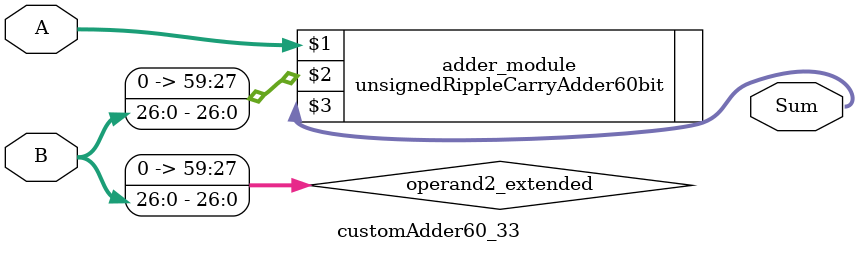
<source format=v>
module customAdder60_33(
                        input [59 : 0] A,
                        input [26 : 0] B,
                        
                        output [60 : 0] Sum
                );

        wire [59 : 0] operand2_extended;
        
        assign operand2_extended =  {33'b0, B};
        
        unsignedRippleCarryAdder60bit adder_module(
            A,
            operand2_extended,
            Sum
        );
        
        endmodule
        
</source>
